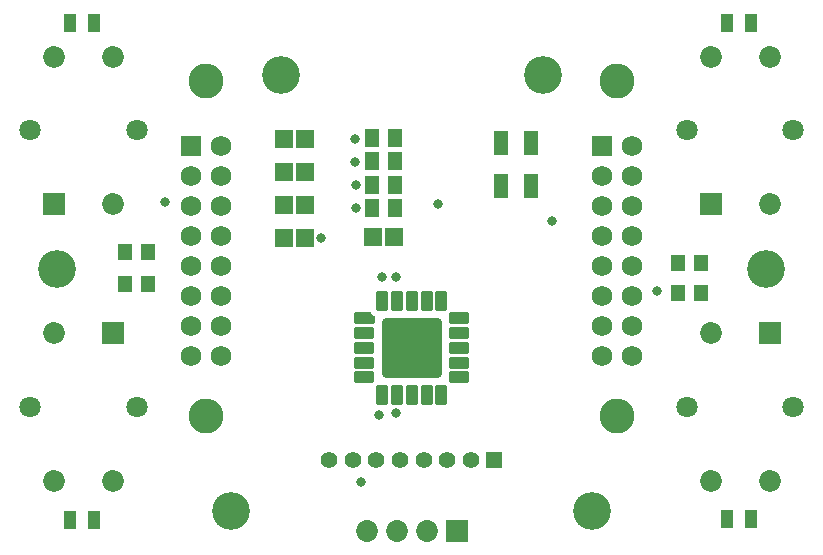
<source format=gts>
G04*
G04 #@! TF.GenerationSoftware,Altium Limited,Altium Designer,22.3.1 (43)*
G04*
G04 Layer_Color=8388736*
%FSLAX25Y25*%
%MOIN*%
G70*
G04*
G04 #@! TF.SameCoordinates,0A308F34-88F0-47DF-8954-E72232A12325*
G04*
G04*
G04 #@! TF.FilePolarity,Negative*
G04*
G01*
G75*
%ADD15R,0.05924X0.06127*%
%ADD17R,0.04953X0.05756*%
%ADD22R,0.04343X0.06312*%
%ADD23R,0.03950X0.03950*%
G04:AMPARAMS|DCode=24|XSize=67.06mil|YSize=39.5mil|CornerRadius=4.79mil|HoleSize=0mil|Usage=FLASHONLY|Rotation=0.000|XOffset=0mil|YOffset=0mil|HoleType=Round|Shape=RoundedRectangle|*
%AMROUNDEDRECTD24*
21,1,0.06706,0.02992,0,0,0.0*
21,1,0.05748,0.03950,0,0,0.0*
1,1,0.00957,0.02874,-0.01496*
1,1,0.00957,-0.02874,-0.01496*
1,1,0.00957,-0.02874,0.01496*
1,1,0.00957,0.02874,0.01496*
%
%ADD24ROUNDEDRECTD24*%
G04:AMPARAMS|DCode=25|XSize=67.06mil|YSize=39.5mil|CornerRadius=4.79mil|HoleSize=0mil|Usage=FLASHONLY|Rotation=90.000|XOffset=0mil|YOffset=0mil|HoleType=Round|Shape=RoundedRectangle|*
%AMROUNDEDRECTD25*
21,1,0.06706,0.02992,0,0,90.0*
21,1,0.05748,0.03950,0,0,90.0*
1,1,0.00957,0.01496,0.02874*
1,1,0.00957,0.01496,-0.02874*
1,1,0.00957,-0.01496,-0.02874*
1,1,0.00957,-0.01496,0.02874*
%
%ADD25ROUNDEDRECTD25*%
G04:AMPARAMS|DCode=26|XSize=196.85mil|YSize=196.85mil|CornerRadius=8.66mil|HoleSize=0mil|Usage=FLASHONLY|Rotation=0.000|XOffset=0mil|YOffset=0mil|HoleType=Round|Shape=RoundedRectangle|*
%AMROUNDEDRECTD26*
21,1,0.19685,0.17953,0,0,0.0*
21,1,0.17953,0.19685,0,0,0.0*
1,1,0.01732,0.08976,-0.08976*
1,1,0.01732,-0.08976,-0.08976*
1,1,0.01732,-0.08976,0.08976*
1,1,0.01732,0.08976,0.08976*
%
%ADD26ROUNDEDRECTD26*%
%ADD27R,0.04934X0.06312*%
%ADD28R,0.04934X0.07887*%
%ADD29R,0.07284X0.07284*%
%ADD30C,0.07284*%
%ADD31C,0.07087*%
%ADD32R,0.05524X0.05524*%
%ADD33C,0.05524*%
%ADD34R,0.07296X0.07296*%
%ADD35C,0.07296*%
%ADD36R,0.06824X0.06824*%
%ADD37C,0.06824*%
%ADD38C,0.12611*%
%ADD39C,0.11627*%
%ADD40C,0.03162*%
G36*
X124068Y79925D02*
X124119Y79915D01*
X124169Y79898D01*
X124216Y79875D01*
X124260Y79846D01*
X124299Y79811D01*
X125284Y78827D01*
X125318Y78787D01*
X125347Y78744D01*
X125370Y78697D01*
X125387Y78647D01*
X125397Y78596D01*
X125401Y78543D01*
Y76378D01*
X125397Y76326D01*
X125387Y76274D01*
X125370Y76225D01*
X125347Y76178D01*
X125318Y76134D01*
X125284Y76095D01*
X125244Y76060D01*
X125200Y76031D01*
X125153Y76008D01*
X125104Y75991D01*
X125052Y75981D01*
X125000Y75977D01*
X119095D01*
X119042Y75981D01*
X118991Y75991D01*
X118941Y76008D01*
X118894Y76031D01*
X118851Y76060D01*
X118811Y76095D01*
X118777Y76134D01*
X118747Y76178D01*
X118724Y76225D01*
X118707Y76274D01*
X118697Y76326D01*
X118694Y76378D01*
Y79528D01*
X118697Y79580D01*
X118707Y79631D01*
X118724Y79681D01*
X118747Y79728D01*
X118777Y79772D01*
X118811Y79811D01*
X118851Y79846D01*
X118894Y79875D01*
X118941Y79898D01*
X118991Y79915D01*
X119042Y79925D01*
X119095Y79928D01*
X124016D01*
X124068Y79925D01*
D02*
G37*
D15*
X124800Y105118D02*
D03*
X131893D02*
D03*
X95272Y137795D02*
D03*
X102365D02*
D03*
X95272Y126772D02*
D03*
X102365D02*
D03*
X95272Y115748D02*
D03*
X102365D02*
D03*
X95276Y104724D02*
D03*
X102368D02*
D03*
D17*
X234161Y86221D02*
D03*
X226468D02*
D03*
X234161Y96457D02*
D03*
X226468D02*
D03*
X42217Y100000D02*
D03*
X49909D02*
D03*
X42217Y89370D02*
D03*
X49909D02*
D03*
D22*
X250787Y176378D02*
D03*
X242913D02*
D03*
X250787Y11024D02*
D03*
X242913D02*
D03*
X24016Y10630D02*
D03*
X31890D02*
D03*
X24016Y176378D02*
D03*
X31890D02*
D03*
D23*
X121752Y77953D02*
D03*
D24*
X153543Y58268D02*
D03*
Y63189D02*
D03*
Y68110D02*
D03*
Y73032D02*
D03*
Y77953D02*
D03*
X122047Y73032D02*
D03*
Y68110D02*
D03*
Y63189D02*
D03*
Y58268D02*
D03*
D25*
X147638Y83858D02*
D03*
X142717D02*
D03*
X137795D02*
D03*
X132874D02*
D03*
X127953D02*
D03*
Y52362D02*
D03*
X132874D02*
D03*
X137795D02*
D03*
X142717D02*
D03*
X147638D02*
D03*
D26*
X137795Y68110D02*
D03*
D27*
X132087Y138189D02*
D03*
X124606D02*
D03*
X132087Y130315D02*
D03*
X124606D02*
D03*
X132087Y122441D02*
D03*
X124606D02*
D03*
X132087Y114567D02*
D03*
X124606D02*
D03*
D28*
X167421Y122047D02*
D03*
X177461D02*
D03*
X167421Y136221D02*
D03*
X177461D02*
D03*
D29*
X257087Y73032D02*
D03*
X237402Y115945D02*
D03*
X38189Y73032D02*
D03*
X18504Y115945D02*
D03*
D30*
X257087Y23819D02*
D03*
X237402Y73032D02*
D03*
Y23819D02*
D03*
X257087Y165157D02*
D03*
Y115945D02*
D03*
X237402Y165157D02*
D03*
X18504Y23819D02*
D03*
Y73032D02*
D03*
X38189Y23819D02*
D03*
Y165157D02*
D03*
Y115945D02*
D03*
X18504Y165157D02*
D03*
D31*
X264961Y48425D02*
D03*
X229528D02*
D03*
X264961Y140551D02*
D03*
X229528D02*
D03*
X10630Y48425D02*
D03*
X46063D02*
D03*
Y140551D02*
D03*
X10630D02*
D03*
D32*
X165354Y30709D02*
D03*
D33*
X157480D02*
D03*
X149606D02*
D03*
X141732D02*
D03*
X133858D02*
D03*
X125984D02*
D03*
X118110D02*
D03*
X110236D02*
D03*
D34*
X152913Y7087D02*
D03*
D35*
X142913D02*
D03*
X132913D02*
D03*
X122913D02*
D03*
D36*
X201299Y135394D02*
D03*
X64291D02*
D03*
D37*
X211299D02*
D03*
X201299Y125394D02*
D03*
X211299D02*
D03*
X201299Y115394D02*
D03*
X211299D02*
D03*
X201299Y105394D02*
D03*
X211299D02*
D03*
X201299Y95394D02*
D03*
X211299D02*
D03*
X201299Y85394D02*
D03*
X211299D02*
D03*
X201299Y75394D02*
D03*
X211299D02*
D03*
X201299Y65394D02*
D03*
X211299D02*
D03*
X74291Y135394D02*
D03*
X64291Y125394D02*
D03*
X74291D02*
D03*
X64291Y115394D02*
D03*
X74291D02*
D03*
X64291Y105394D02*
D03*
X74291D02*
D03*
X64291Y95394D02*
D03*
X74291D02*
D03*
X64291Y85394D02*
D03*
X74291D02*
D03*
X64291Y75394D02*
D03*
X74291D02*
D03*
X64291Y65394D02*
D03*
X74291D02*
D03*
D38*
X94095Y159055D02*
D03*
X198031Y13780D02*
D03*
X77559D02*
D03*
X181496Y159055D02*
D03*
X19685Y94488D02*
D03*
X255906D02*
D03*
D39*
X206299Y157087D02*
D03*
Y45276D02*
D03*
X69291D02*
D03*
Y157087D02*
D03*
D40*
X120866Y23228D02*
D03*
X119291Y114567D02*
D03*
Y122441D02*
D03*
X118898Y129921D02*
D03*
Y137795D02*
D03*
X219685Y87008D02*
D03*
X55512Y116535D02*
D03*
X107480Y104724D02*
D03*
X127953Y91732D02*
D03*
X126772Y45669D02*
D03*
X132677Y46457D02*
D03*
Y91732D02*
D03*
X146457Y116142D02*
D03*
X184646Y110236D02*
D03*
M02*

</source>
